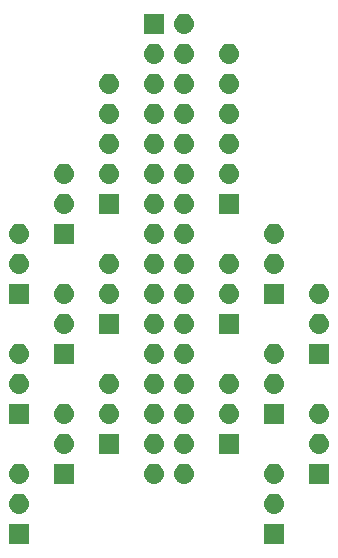
<source format=gbr>
G04 #@! TF.GenerationSoftware,KiCad,Pcbnew,(5.0.2)-1*
G04 #@! TF.CreationDate,2019-08-16T09:05:26-04:00*
G04 #@! TF.ProjectId,EPXX-GVS,45505858-2d47-4565-932e-6b696361645f,X2*
G04 #@! TF.SameCoordinates,Original*
G04 #@! TF.FileFunction,Soldermask,Bot*
G04 #@! TF.FilePolarity,Negative*
%FSLAX46Y46*%
G04 Gerber Fmt 4.6, Leading zero omitted, Abs format (unit mm)*
G04 Created by KiCad (PCBNEW (5.0.2)-1) date 8/16/2019 9:05:26 AM*
%MOMM*%
%LPD*%
G01*
G04 APERTURE LIST*
%ADD10C,0.152400*%
G04 APERTURE END LIST*
D10*
G36*
X24980000Y-47840000D02*
X23280000Y-47840000D01*
X23280000Y-46140000D01*
X24980000Y-46140000D01*
X24980000Y-47840000D01*
X24980000Y-47840000D01*
G37*
G36*
X3390000Y-47840000D02*
X1690000Y-47840000D01*
X1690000Y-46140000D01*
X3390000Y-46140000D01*
X3390000Y-47840000D01*
X3390000Y-47840000D01*
G37*
G36*
X24296630Y-43612299D02*
X24456855Y-43660903D01*
X24604520Y-43739831D01*
X24733949Y-43846051D01*
X24840169Y-43975480D01*
X24919097Y-44123145D01*
X24967701Y-44283370D01*
X24984112Y-44450000D01*
X24967701Y-44616630D01*
X24919097Y-44776855D01*
X24840169Y-44924520D01*
X24733949Y-45053949D01*
X24604520Y-45160169D01*
X24456855Y-45239097D01*
X24296630Y-45287701D01*
X24171752Y-45300000D01*
X24088248Y-45300000D01*
X23963370Y-45287701D01*
X23803145Y-45239097D01*
X23655480Y-45160169D01*
X23526051Y-45053949D01*
X23419831Y-44924520D01*
X23340903Y-44776855D01*
X23292299Y-44616630D01*
X23275888Y-44450000D01*
X23292299Y-44283370D01*
X23340903Y-44123145D01*
X23419831Y-43975480D01*
X23526051Y-43846051D01*
X23655480Y-43739831D01*
X23803145Y-43660903D01*
X23963370Y-43612299D01*
X24088248Y-43600000D01*
X24171752Y-43600000D01*
X24296630Y-43612299D01*
X24296630Y-43612299D01*
G37*
G36*
X2706630Y-43612299D02*
X2866855Y-43660903D01*
X3014520Y-43739831D01*
X3143949Y-43846051D01*
X3250169Y-43975480D01*
X3329097Y-44123145D01*
X3377701Y-44283370D01*
X3394112Y-44450000D01*
X3377701Y-44616630D01*
X3329097Y-44776855D01*
X3250169Y-44924520D01*
X3143949Y-45053949D01*
X3014520Y-45160169D01*
X2866855Y-45239097D01*
X2706630Y-45287701D01*
X2581752Y-45300000D01*
X2498248Y-45300000D01*
X2373370Y-45287701D01*
X2213145Y-45239097D01*
X2065480Y-45160169D01*
X1936051Y-45053949D01*
X1829831Y-44924520D01*
X1750903Y-44776855D01*
X1702299Y-44616630D01*
X1685888Y-44450000D01*
X1702299Y-44283370D01*
X1750903Y-44123145D01*
X1829831Y-43975480D01*
X1936051Y-43846051D01*
X2065480Y-43739831D01*
X2213145Y-43660903D01*
X2373370Y-43612299D01*
X2498248Y-43600000D01*
X2581752Y-43600000D01*
X2706630Y-43612299D01*
X2706630Y-43612299D01*
G37*
G36*
X16676630Y-41072299D02*
X16836855Y-41120903D01*
X16984520Y-41199831D01*
X17113949Y-41306051D01*
X17220169Y-41435480D01*
X17299097Y-41583145D01*
X17347701Y-41743370D01*
X17364112Y-41910000D01*
X17347701Y-42076630D01*
X17299097Y-42236855D01*
X17220169Y-42384520D01*
X17113949Y-42513949D01*
X16984520Y-42620169D01*
X16836855Y-42699097D01*
X16676630Y-42747701D01*
X16551752Y-42760000D01*
X16468248Y-42760000D01*
X16343370Y-42747701D01*
X16183145Y-42699097D01*
X16035480Y-42620169D01*
X15906051Y-42513949D01*
X15799831Y-42384520D01*
X15720903Y-42236855D01*
X15672299Y-42076630D01*
X15655888Y-41910000D01*
X15672299Y-41743370D01*
X15720903Y-41583145D01*
X15799831Y-41435480D01*
X15906051Y-41306051D01*
X16035480Y-41199831D01*
X16183145Y-41120903D01*
X16343370Y-41072299D01*
X16468248Y-41060000D01*
X16551752Y-41060000D01*
X16676630Y-41072299D01*
X16676630Y-41072299D01*
G37*
G36*
X14136630Y-41072299D02*
X14296855Y-41120903D01*
X14444520Y-41199831D01*
X14573949Y-41306051D01*
X14680169Y-41435480D01*
X14759097Y-41583145D01*
X14807701Y-41743370D01*
X14824112Y-41910000D01*
X14807701Y-42076630D01*
X14759097Y-42236855D01*
X14680169Y-42384520D01*
X14573949Y-42513949D01*
X14444520Y-42620169D01*
X14296855Y-42699097D01*
X14136630Y-42747701D01*
X14011752Y-42760000D01*
X13928248Y-42760000D01*
X13803370Y-42747701D01*
X13643145Y-42699097D01*
X13495480Y-42620169D01*
X13366051Y-42513949D01*
X13259831Y-42384520D01*
X13180903Y-42236855D01*
X13132299Y-42076630D01*
X13115888Y-41910000D01*
X13132299Y-41743370D01*
X13180903Y-41583145D01*
X13259831Y-41435480D01*
X13366051Y-41306051D01*
X13495480Y-41199831D01*
X13643145Y-41120903D01*
X13803370Y-41072299D01*
X13928248Y-41060000D01*
X14011752Y-41060000D01*
X14136630Y-41072299D01*
X14136630Y-41072299D01*
G37*
G36*
X24296630Y-41072299D02*
X24456855Y-41120903D01*
X24604520Y-41199831D01*
X24733949Y-41306051D01*
X24840169Y-41435480D01*
X24919097Y-41583145D01*
X24967701Y-41743370D01*
X24984112Y-41910000D01*
X24967701Y-42076630D01*
X24919097Y-42236855D01*
X24840169Y-42384520D01*
X24733949Y-42513949D01*
X24604520Y-42620169D01*
X24456855Y-42699097D01*
X24296630Y-42747701D01*
X24171752Y-42760000D01*
X24088248Y-42760000D01*
X23963370Y-42747701D01*
X23803145Y-42699097D01*
X23655480Y-42620169D01*
X23526051Y-42513949D01*
X23419831Y-42384520D01*
X23340903Y-42236855D01*
X23292299Y-42076630D01*
X23275888Y-41910000D01*
X23292299Y-41743370D01*
X23340903Y-41583145D01*
X23419831Y-41435480D01*
X23526051Y-41306051D01*
X23655480Y-41199831D01*
X23803145Y-41120903D01*
X23963370Y-41072299D01*
X24088248Y-41060000D01*
X24171752Y-41060000D01*
X24296630Y-41072299D01*
X24296630Y-41072299D01*
G37*
G36*
X2706630Y-41072299D02*
X2866855Y-41120903D01*
X3014520Y-41199831D01*
X3143949Y-41306051D01*
X3250169Y-41435480D01*
X3329097Y-41583145D01*
X3377701Y-41743370D01*
X3394112Y-41910000D01*
X3377701Y-42076630D01*
X3329097Y-42236855D01*
X3250169Y-42384520D01*
X3143949Y-42513949D01*
X3014520Y-42620169D01*
X2866855Y-42699097D01*
X2706630Y-42747701D01*
X2581752Y-42760000D01*
X2498248Y-42760000D01*
X2373370Y-42747701D01*
X2213145Y-42699097D01*
X2065480Y-42620169D01*
X1936051Y-42513949D01*
X1829831Y-42384520D01*
X1750903Y-42236855D01*
X1702299Y-42076630D01*
X1685888Y-41910000D01*
X1702299Y-41743370D01*
X1750903Y-41583145D01*
X1829831Y-41435480D01*
X1936051Y-41306051D01*
X2065480Y-41199831D01*
X2213145Y-41120903D01*
X2373370Y-41072299D01*
X2498248Y-41060000D01*
X2581752Y-41060000D01*
X2706630Y-41072299D01*
X2706630Y-41072299D01*
G37*
G36*
X28790000Y-42760000D02*
X27090000Y-42760000D01*
X27090000Y-41060000D01*
X28790000Y-41060000D01*
X28790000Y-42760000D01*
X28790000Y-42760000D01*
G37*
G36*
X7200000Y-42760000D02*
X5500000Y-42760000D01*
X5500000Y-41060000D01*
X7200000Y-41060000D01*
X7200000Y-42760000D01*
X7200000Y-42760000D01*
G37*
G36*
X14136630Y-38532299D02*
X14296855Y-38580903D01*
X14444520Y-38659831D01*
X14573949Y-38766051D01*
X14680169Y-38895480D01*
X14759097Y-39043145D01*
X14807701Y-39203370D01*
X14824112Y-39370000D01*
X14807701Y-39536630D01*
X14759097Y-39696855D01*
X14680169Y-39844520D01*
X14573949Y-39973949D01*
X14444520Y-40080169D01*
X14296855Y-40159097D01*
X14136630Y-40207701D01*
X14011752Y-40220000D01*
X13928248Y-40220000D01*
X13803370Y-40207701D01*
X13643145Y-40159097D01*
X13495480Y-40080169D01*
X13366051Y-39973949D01*
X13259831Y-39844520D01*
X13180903Y-39696855D01*
X13132299Y-39536630D01*
X13115888Y-39370000D01*
X13132299Y-39203370D01*
X13180903Y-39043145D01*
X13259831Y-38895480D01*
X13366051Y-38766051D01*
X13495480Y-38659831D01*
X13643145Y-38580903D01*
X13803370Y-38532299D01*
X13928248Y-38520000D01*
X14011752Y-38520000D01*
X14136630Y-38532299D01*
X14136630Y-38532299D01*
G37*
G36*
X11010000Y-40220000D02*
X9310000Y-40220000D01*
X9310000Y-38520000D01*
X11010000Y-38520000D01*
X11010000Y-40220000D01*
X11010000Y-40220000D01*
G37*
G36*
X21170000Y-40220000D02*
X19470000Y-40220000D01*
X19470000Y-38520000D01*
X21170000Y-38520000D01*
X21170000Y-40220000D01*
X21170000Y-40220000D01*
G37*
G36*
X28106630Y-38532299D02*
X28266855Y-38580903D01*
X28414520Y-38659831D01*
X28543949Y-38766051D01*
X28650169Y-38895480D01*
X28729097Y-39043145D01*
X28777701Y-39203370D01*
X28794112Y-39370000D01*
X28777701Y-39536630D01*
X28729097Y-39696855D01*
X28650169Y-39844520D01*
X28543949Y-39973949D01*
X28414520Y-40080169D01*
X28266855Y-40159097D01*
X28106630Y-40207701D01*
X27981752Y-40220000D01*
X27898248Y-40220000D01*
X27773370Y-40207701D01*
X27613145Y-40159097D01*
X27465480Y-40080169D01*
X27336051Y-39973949D01*
X27229831Y-39844520D01*
X27150903Y-39696855D01*
X27102299Y-39536630D01*
X27085888Y-39370000D01*
X27102299Y-39203370D01*
X27150903Y-39043145D01*
X27229831Y-38895480D01*
X27336051Y-38766051D01*
X27465480Y-38659831D01*
X27613145Y-38580903D01*
X27773370Y-38532299D01*
X27898248Y-38520000D01*
X27981752Y-38520000D01*
X28106630Y-38532299D01*
X28106630Y-38532299D01*
G37*
G36*
X6516630Y-38532299D02*
X6676855Y-38580903D01*
X6824520Y-38659831D01*
X6953949Y-38766051D01*
X7060169Y-38895480D01*
X7139097Y-39043145D01*
X7187701Y-39203370D01*
X7204112Y-39370000D01*
X7187701Y-39536630D01*
X7139097Y-39696855D01*
X7060169Y-39844520D01*
X6953949Y-39973949D01*
X6824520Y-40080169D01*
X6676855Y-40159097D01*
X6516630Y-40207701D01*
X6391752Y-40220000D01*
X6308248Y-40220000D01*
X6183370Y-40207701D01*
X6023145Y-40159097D01*
X5875480Y-40080169D01*
X5746051Y-39973949D01*
X5639831Y-39844520D01*
X5560903Y-39696855D01*
X5512299Y-39536630D01*
X5495888Y-39370000D01*
X5512299Y-39203370D01*
X5560903Y-39043145D01*
X5639831Y-38895480D01*
X5746051Y-38766051D01*
X5875480Y-38659831D01*
X6023145Y-38580903D01*
X6183370Y-38532299D01*
X6308248Y-38520000D01*
X6391752Y-38520000D01*
X6516630Y-38532299D01*
X6516630Y-38532299D01*
G37*
G36*
X16676630Y-38532299D02*
X16836855Y-38580903D01*
X16984520Y-38659831D01*
X17113949Y-38766051D01*
X17220169Y-38895480D01*
X17299097Y-39043145D01*
X17347701Y-39203370D01*
X17364112Y-39370000D01*
X17347701Y-39536630D01*
X17299097Y-39696855D01*
X17220169Y-39844520D01*
X17113949Y-39973949D01*
X16984520Y-40080169D01*
X16836855Y-40159097D01*
X16676630Y-40207701D01*
X16551752Y-40220000D01*
X16468248Y-40220000D01*
X16343370Y-40207701D01*
X16183145Y-40159097D01*
X16035480Y-40080169D01*
X15906051Y-39973949D01*
X15799831Y-39844520D01*
X15720903Y-39696855D01*
X15672299Y-39536630D01*
X15655888Y-39370000D01*
X15672299Y-39203370D01*
X15720903Y-39043145D01*
X15799831Y-38895480D01*
X15906051Y-38766051D01*
X16035480Y-38659831D01*
X16183145Y-38580903D01*
X16343370Y-38532299D01*
X16468248Y-38520000D01*
X16551752Y-38520000D01*
X16676630Y-38532299D01*
X16676630Y-38532299D01*
G37*
G36*
X24980000Y-37680000D02*
X23280000Y-37680000D01*
X23280000Y-35980000D01*
X24980000Y-35980000D01*
X24980000Y-37680000D01*
X24980000Y-37680000D01*
G37*
G36*
X16676630Y-35992299D02*
X16836855Y-36040903D01*
X16984520Y-36119831D01*
X17113949Y-36226051D01*
X17220169Y-36355480D01*
X17299097Y-36503145D01*
X17347701Y-36663370D01*
X17364112Y-36830000D01*
X17347701Y-36996630D01*
X17299097Y-37156855D01*
X17220169Y-37304520D01*
X17113949Y-37433949D01*
X16984520Y-37540169D01*
X16836855Y-37619097D01*
X16676630Y-37667701D01*
X16551752Y-37680000D01*
X16468248Y-37680000D01*
X16343370Y-37667701D01*
X16183145Y-37619097D01*
X16035480Y-37540169D01*
X15906051Y-37433949D01*
X15799831Y-37304520D01*
X15720903Y-37156855D01*
X15672299Y-36996630D01*
X15655888Y-36830000D01*
X15672299Y-36663370D01*
X15720903Y-36503145D01*
X15799831Y-36355480D01*
X15906051Y-36226051D01*
X16035480Y-36119831D01*
X16183145Y-36040903D01*
X16343370Y-35992299D01*
X16468248Y-35980000D01*
X16551752Y-35980000D01*
X16676630Y-35992299D01*
X16676630Y-35992299D01*
G37*
G36*
X14136630Y-35992299D02*
X14296855Y-36040903D01*
X14444520Y-36119831D01*
X14573949Y-36226051D01*
X14680169Y-36355480D01*
X14759097Y-36503145D01*
X14807701Y-36663370D01*
X14824112Y-36830000D01*
X14807701Y-36996630D01*
X14759097Y-37156855D01*
X14680169Y-37304520D01*
X14573949Y-37433949D01*
X14444520Y-37540169D01*
X14296855Y-37619097D01*
X14136630Y-37667701D01*
X14011752Y-37680000D01*
X13928248Y-37680000D01*
X13803370Y-37667701D01*
X13643145Y-37619097D01*
X13495480Y-37540169D01*
X13366051Y-37433949D01*
X13259831Y-37304520D01*
X13180903Y-37156855D01*
X13132299Y-36996630D01*
X13115888Y-36830000D01*
X13132299Y-36663370D01*
X13180903Y-36503145D01*
X13259831Y-36355480D01*
X13366051Y-36226051D01*
X13495480Y-36119831D01*
X13643145Y-36040903D01*
X13803370Y-35992299D01*
X13928248Y-35980000D01*
X14011752Y-35980000D01*
X14136630Y-35992299D01*
X14136630Y-35992299D01*
G37*
G36*
X3390000Y-37680000D02*
X1690000Y-37680000D01*
X1690000Y-35980000D01*
X3390000Y-35980000D01*
X3390000Y-37680000D01*
X3390000Y-37680000D01*
G37*
G36*
X10326630Y-35992299D02*
X10486855Y-36040903D01*
X10634520Y-36119831D01*
X10763949Y-36226051D01*
X10870169Y-36355480D01*
X10949097Y-36503145D01*
X10997701Y-36663370D01*
X11014112Y-36830000D01*
X10997701Y-36996630D01*
X10949097Y-37156855D01*
X10870169Y-37304520D01*
X10763949Y-37433949D01*
X10634520Y-37540169D01*
X10486855Y-37619097D01*
X10326630Y-37667701D01*
X10201752Y-37680000D01*
X10118248Y-37680000D01*
X9993370Y-37667701D01*
X9833145Y-37619097D01*
X9685480Y-37540169D01*
X9556051Y-37433949D01*
X9449831Y-37304520D01*
X9370903Y-37156855D01*
X9322299Y-36996630D01*
X9305888Y-36830000D01*
X9322299Y-36663370D01*
X9370903Y-36503145D01*
X9449831Y-36355480D01*
X9556051Y-36226051D01*
X9685480Y-36119831D01*
X9833145Y-36040903D01*
X9993370Y-35992299D01*
X10118248Y-35980000D01*
X10201752Y-35980000D01*
X10326630Y-35992299D01*
X10326630Y-35992299D01*
G37*
G36*
X20486630Y-35992299D02*
X20646855Y-36040903D01*
X20794520Y-36119831D01*
X20923949Y-36226051D01*
X21030169Y-36355480D01*
X21109097Y-36503145D01*
X21157701Y-36663370D01*
X21174112Y-36830000D01*
X21157701Y-36996630D01*
X21109097Y-37156855D01*
X21030169Y-37304520D01*
X20923949Y-37433949D01*
X20794520Y-37540169D01*
X20646855Y-37619097D01*
X20486630Y-37667701D01*
X20361752Y-37680000D01*
X20278248Y-37680000D01*
X20153370Y-37667701D01*
X19993145Y-37619097D01*
X19845480Y-37540169D01*
X19716051Y-37433949D01*
X19609831Y-37304520D01*
X19530903Y-37156855D01*
X19482299Y-36996630D01*
X19465888Y-36830000D01*
X19482299Y-36663370D01*
X19530903Y-36503145D01*
X19609831Y-36355480D01*
X19716051Y-36226051D01*
X19845480Y-36119831D01*
X19993145Y-36040903D01*
X20153370Y-35992299D01*
X20278248Y-35980000D01*
X20361752Y-35980000D01*
X20486630Y-35992299D01*
X20486630Y-35992299D01*
G37*
G36*
X6516630Y-35992299D02*
X6676855Y-36040903D01*
X6824520Y-36119831D01*
X6953949Y-36226051D01*
X7060169Y-36355480D01*
X7139097Y-36503145D01*
X7187701Y-36663370D01*
X7204112Y-36830000D01*
X7187701Y-36996630D01*
X7139097Y-37156855D01*
X7060169Y-37304520D01*
X6953949Y-37433949D01*
X6824520Y-37540169D01*
X6676855Y-37619097D01*
X6516630Y-37667701D01*
X6391752Y-37680000D01*
X6308248Y-37680000D01*
X6183370Y-37667701D01*
X6023145Y-37619097D01*
X5875480Y-37540169D01*
X5746051Y-37433949D01*
X5639831Y-37304520D01*
X5560903Y-37156855D01*
X5512299Y-36996630D01*
X5495888Y-36830000D01*
X5512299Y-36663370D01*
X5560903Y-36503145D01*
X5639831Y-36355480D01*
X5746051Y-36226051D01*
X5875480Y-36119831D01*
X6023145Y-36040903D01*
X6183370Y-35992299D01*
X6308248Y-35980000D01*
X6391752Y-35980000D01*
X6516630Y-35992299D01*
X6516630Y-35992299D01*
G37*
G36*
X28106630Y-35992299D02*
X28266855Y-36040903D01*
X28414520Y-36119831D01*
X28543949Y-36226051D01*
X28650169Y-36355480D01*
X28729097Y-36503145D01*
X28777701Y-36663370D01*
X28794112Y-36830000D01*
X28777701Y-36996630D01*
X28729097Y-37156855D01*
X28650169Y-37304520D01*
X28543949Y-37433949D01*
X28414520Y-37540169D01*
X28266855Y-37619097D01*
X28106630Y-37667701D01*
X27981752Y-37680000D01*
X27898248Y-37680000D01*
X27773370Y-37667701D01*
X27613145Y-37619097D01*
X27465480Y-37540169D01*
X27336051Y-37433949D01*
X27229831Y-37304520D01*
X27150903Y-37156855D01*
X27102299Y-36996630D01*
X27085888Y-36830000D01*
X27102299Y-36663370D01*
X27150903Y-36503145D01*
X27229831Y-36355480D01*
X27336051Y-36226051D01*
X27465480Y-36119831D01*
X27613145Y-36040903D01*
X27773370Y-35992299D01*
X27898248Y-35980000D01*
X27981752Y-35980000D01*
X28106630Y-35992299D01*
X28106630Y-35992299D01*
G37*
G36*
X24296630Y-33452299D02*
X24456855Y-33500903D01*
X24604520Y-33579831D01*
X24733949Y-33686051D01*
X24840169Y-33815480D01*
X24919097Y-33963145D01*
X24967701Y-34123370D01*
X24984112Y-34290000D01*
X24967701Y-34456630D01*
X24919097Y-34616855D01*
X24840169Y-34764520D01*
X24733949Y-34893949D01*
X24604520Y-35000169D01*
X24456855Y-35079097D01*
X24296630Y-35127701D01*
X24171752Y-35140000D01*
X24088248Y-35140000D01*
X23963370Y-35127701D01*
X23803145Y-35079097D01*
X23655480Y-35000169D01*
X23526051Y-34893949D01*
X23419831Y-34764520D01*
X23340903Y-34616855D01*
X23292299Y-34456630D01*
X23275888Y-34290000D01*
X23292299Y-34123370D01*
X23340903Y-33963145D01*
X23419831Y-33815480D01*
X23526051Y-33686051D01*
X23655480Y-33579831D01*
X23803145Y-33500903D01*
X23963370Y-33452299D01*
X24088248Y-33440000D01*
X24171752Y-33440000D01*
X24296630Y-33452299D01*
X24296630Y-33452299D01*
G37*
G36*
X2706630Y-33452299D02*
X2866855Y-33500903D01*
X3014520Y-33579831D01*
X3143949Y-33686051D01*
X3250169Y-33815480D01*
X3329097Y-33963145D01*
X3377701Y-34123370D01*
X3394112Y-34290000D01*
X3377701Y-34456630D01*
X3329097Y-34616855D01*
X3250169Y-34764520D01*
X3143949Y-34893949D01*
X3014520Y-35000169D01*
X2866855Y-35079097D01*
X2706630Y-35127701D01*
X2581752Y-35140000D01*
X2498248Y-35140000D01*
X2373370Y-35127701D01*
X2213145Y-35079097D01*
X2065480Y-35000169D01*
X1936051Y-34893949D01*
X1829831Y-34764520D01*
X1750903Y-34616855D01*
X1702299Y-34456630D01*
X1685888Y-34290000D01*
X1702299Y-34123370D01*
X1750903Y-33963145D01*
X1829831Y-33815480D01*
X1936051Y-33686051D01*
X2065480Y-33579831D01*
X2213145Y-33500903D01*
X2373370Y-33452299D01*
X2498248Y-33440000D01*
X2581752Y-33440000D01*
X2706630Y-33452299D01*
X2706630Y-33452299D01*
G37*
G36*
X10326630Y-33452299D02*
X10486855Y-33500903D01*
X10634520Y-33579831D01*
X10763949Y-33686051D01*
X10870169Y-33815480D01*
X10949097Y-33963145D01*
X10997701Y-34123370D01*
X11014112Y-34290000D01*
X10997701Y-34456630D01*
X10949097Y-34616855D01*
X10870169Y-34764520D01*
X10763949Y-34893949D01*
X10634520Y-35000169D01*
X10486855Y-35079097D01*
X10326630Y-35127701D01*
X10201752Y-35140000D01*
X10118248Y-35140000D01*
X9993370Y-35127701D01*
X9833145Y-35079097D01*
X9685480Y-35000169D01*
X9556051Y-34893949D01*
X9449831Y-34764520D01*
X9370903Y-34616855D01*
X9322299Y-34456630D01*
X9305888Y-34290000D01*
X9322299Y-34123370D01*
X9370903Y-33963145D01*
X9449831Y-33815480D01*
X9556051Y-33686051D01*
X9685480Y-33579831D01*
X9833145Y-33500903D01*
X9993370Y-33452299D01*
X10118248Y-33440000D01*
X10201752Y-33440000D01*
X10326630Y-33452299D01*
X10326630Y-33452299D01*
G37*
G36*
X20486630Y-33452299D02*
X20646855Y-33500903D01*
X20794520Y-33579831D01*
X20923949Y-33686051D01*
X21030169Y-33815480D01*
X21109097Y-33963145D01*
X21157701Y-34123370D01*
X21174112Y-34290000D01*
X21157701Y-34456630D01*
X21109097Y-34616855D01*
X21030169Y-34764520D01*
X20923949Y-34893949D01*
X20794520Y-35000169D01*
X20646855Y-35079097D01*
X20486630Y-35127701D01*
X20361752Y-35140000D01*
X20278248Y-35140000D01*
X20153370Y-35127701D01*
X19993145Y-35079097D01*
X19845480Y-35000169D01*
X19716051Y-34893949D01*
X19609831Y-34764520D01*
X19530903Y-34616855D01*
X19482299Y-34456630D01*
X19465888Y-34290000D01*
X19482299Y-34123370D01*
X19530903Y-33963145D01*
X19609831Y-33815480D01*
X19716051Y-33686051D01*
X19845480Y-33579831D01*
X19993145Y-33500903D01*
X20153370Y-33452299D01*
X20278248Y-33440000D01*
X20361752Y-33440000D01*
X20486630Y-33452299D01*
X20486630Y-33452299D01*
G37*
G36*
X14136630Y-33452299D02*
X14296855Y-33500903D01*
X14444520Y-33579831D01*
X14573949Y-33686051D01*
X14680169Y-33815480D01*
X14759097Y-33963145D01*
X14807701Y-34123370D01*
X14824112Y-34290000D01*
X14807701Y-34456630D01*
X14759097Y-34616855D01*
X14680169Y-34764520D01*
X14573949Y-34893949D01*
X14444520Y-35000169D01*
X14296855Y-35079097D01*
X14136630Y-35127701D01*
X14011752Y-35140000D01*
X13928248Y-35140000D01*
X13803370Y-35127701D01*
X13643145Y-35079097D01*
X13495480Y-35000169D01*
X13366051Y-34893949D01*
X13259831Y-34764520D01*
X13180903Y-34616855D01*
X13132299Y-34456630D01*
X13115888Y-34290000D01*
X13132299Y-34123370D01*
X13180903Y-33963145D01*
X13259831Y-33815480D01*
X13366051Y-33686051D01*
X13495480Y-33579831D01*
X13643145Y-33500903D01*
X13803370Y-33452299D01*
X13928248Y-33440000D01*
X14011752Y-33440000D01*
X14136630Y-33452299D01*
X14136630Y-33452299D01*
G37*
G36*
X16676630Y-33452299D02*
X16836855Y-33500903D01*
X16984520Y-33579831D01*
X17113949Y-33686051D01*
X17220169Y-33815480D01*
X17299097Y-33963145D01*
X17347701Y-34123370D01*
X17364112Y-34290000D01*
X17347701Y-34456630D01*
X17299097Y-34616855D01*
X17220169Y-34764520D01*
X17113949Y-34893949D01*
X16984520Y-35000169D01*
X16836855Y-35079097D01*
X16676630Y-35127701D01*
X16551752Y-35140000D01*
X16468248Y-35140000D01*
X16343370Y-35127701D01*
X16183145Y-35079097D01*
X16035480Y-35000169D01*
X15906051Y-34893949D01*
X15799831Y-34764520D01*
X15720903Y-34616855D01*
X15672299Y-34456630D01*
X15655888Y-34290000D01*
X15672299Y-34123370D01*
X15720903Y-33963145D01*
X15799831Y-33815480D01*
X15906051Y-33686051D01*
X16035480Y-33579831D01*
X16183145Y-33500903D01*
X16343370Y-33452299D01*
X16468248Y-33440000D01*
X16551752Y-33440000D01*
X16676630Y-33452299D01*
X16676630Y-33452299D01*
G37*
G36*
X14136630Y-30912299D02*
X14296855Y-30960903D01*
X14444520Y-31039831D01*
X14573949Y-31146051D01*
X14680169Y-31275480D01*
X14759097Y-31423145D01*
X14807701Y-31583370D01*
X14824112Y-31750000D01*
X14807701Y-31916630D01*
X14759097Y-32076855D01*
X14680169Y-32224520D01*
X14573949Y-32353949D01*
X14444520Y-32460169D01*
X14296855Y-32539097D01*
X14136630Y-32587701D01*
X14011752Y-32600000D01*
X13928248Y-32600000D01*
X13803370Y-32587701D01*
X13643145Y-32539097D01*
X13495480Y-32460169D01*
X13366051Y-32353949D01*
X13259831Y-32224520D01*
X13180903Y-32076855D01*
X13132299Y-31916630D01*
X13115888Y-31750000D01*
X13132299Y-31583370D01*
X13180903Y-31423145D01*
X13259831Y-31275480D01*
X13366051Y-31146051D01*
X13495480Y-31039831D01*
X13643145Y-30960903D01*
X13803370Y-30912299D01*
X13928248Y-30900000D01*
X14011752Y-30900000D01*
X14136630Y-30912299D01*
X14136630Y-30912299D01*
G37*
G36*
X7200000Y-32600000D02*
X5500000Y-32600000D01*
X5500000Y-30900000D01*
X7200000Y-30900000D01*
X7200000Y-32600000D01*
X7200000Y-32600000D01*
G37*
G36*
X2706630Y-30912299D02*
X2866855Y-30960903D01*
X3014520Y-31039831D01*
X3143949Y-31146051D01*
X3250169Y-31275480D01*
X3329097Y-31423145D01*
X3377701Y-31583370D01*
X3394112Y-31750000D01*
X3377701Y-31916630D01*
X3329097Y-32076855D01*
X3250169Y-32224520D01*
X3143949Y-32353949D01*
X3014520Y-32460169D01*
X2866855Y-32539097D01*
X2706630Y-32587701D01*
X2581752Y-32600000D01*
X2498248Y-32600000D01*
X2373370Y-32587701D01*
X2213145Y-32539097D01*
X2065480Y-32460169D01*
X1936051Y-32353949D01*
X1829831Y-32224520D01*
X1750903Y-32076855D01*
X1702299Y-31916630D01*
X1685888Y-31750000D01*
X1702299Y-31583370D01*
X1750903Y-31423145D01*
X1829831Y-31275480D01*
X1936051Y-31146051D01*
X2065480Y-31039831D01*
X2213145Y-30960903D01*
X2373370Y-30912299D01*
X2498248Y-30900000D01*
X2581752Y-30900000D01*
X2706630Y-30912299D01*
X2706630Y-30912299D01*
G37*
G36*
X24296630Y-30912299D02*
X24456855Y-30960903D01*
X24604520Y-31039831D01*
X24733949Y-31146051D01*
X24840169Y-31275480D01*
X24919097Y-31423145D01*
X24967701Y-31583370D01*
X24984112Y-31750000D01*
X24967701Y-31916630D01*
X24919097Y-32076855D01*
X24840169Y-32224520D01*
X24733949Y-32353949D01*
X24604520Y-32460169D01*
X24456855Y-32539097D01*
X24296630Y-32587701D01*
X24171752Y-32600000D01*
X24088248Y-32600000D01*
X23963370Y-32587701D01*
X23803145Y-32539097D01*
X23655480Y-32460169D01*
X23526051Y-32353949D01*
X23419831Y-32224520D01*
X23340903Y-32076855D01*
X23292299Y-31916630D01*
X23275888Y-31750000D01*
X23292299Y-31583370D01*
X23340903Y-31423145D01*
X23419831Y-31275480D01*
X23526051Y-31146051D01*
X23655480Y-31039831D01*
X23803145Y-30960903D01*
X23963370Y-30912299D01*
X24088248Y-30900000D01*
X24171752Y-30900000D01*
X24296630Y-30912299D01*
X24296630Y-30912299D01*
G37*
G36*
X16676630Y-30912299D02*
X16836855Y-30960903D01*
X16984520Y-31039831D01*
X17113949Y-31146051D01*
X17220169Y-31275480D01*
X17299097Y-31423145D01*
X17347701Y-31583370D01*
X17364112Y-31750000D01*
X17347701Y-31916630D01*
X17299097Y-32076855D01*
X17220169Y-32224520D01*
X17113949Y-32353949D01*
X16984520Y-32460169D01*
X16836855Y-32539097D01*
X16676630Y-32587701D01*
X16551752Y-32600000D01*
X16468248Y-32600000D01*
X16343370Y-32587701D01*
X16183145Y-32539097D01*
X16035480Y-32460169D01*
X15906051Y-32353949D01*
X15799831Y-32224520D01*
X15720903Y-32076855D01*
X15672299Y-31916630D01*
X15655888Y-31750000D01*
X15672299Y-31583370D01*
X15720903Y-31423145D01*
X15799831Y-31275480D01*
X15906051Y-31146051D01*
X16035480Y-31039831D01*
X16183145Y-30960903D01*
X16343370Y-30912299D01*
X16468248Y-30900000D01*
X16551752Y-30900000D01*
X16676630Y-30912299D01*
X16676630Y-30912299D01*
G37*
G36*
X28790000Y-32600000D02*
X27090000Y-32600000D01*
X27090000Y-30900000D01*
X28790000Y-30900000D01*
X28790000Y-32600000D01*
X28790000Y-32600000D01*
G37*
G36*
X14136630Y-28372299D02*
X14296855Y-28420903D01*
X14444520Y-28499831D01*
X14573949Y-28606051D01*
X14680169Y-28735480D01*
X14759097Y-28883145D01*
X14807701Y-29043370D01*
X14824112Y-29210000D01*
X14807701Y-29376630D01*
X14759097Y-29536855D01*
X14680169Y-29684520D01*
X14573949Y-29813949D01*
X14444520Y-29920169D01*
X14296855Y-29999097D01*
X14136630Y-30047701D01*
X14011752Y-30060000D01*
X13928248Y-30060000D01*
X13803370Y-30047701D01*
X13643145Y-29999097D01*
X13495480Y-29920169D01*
X13366051Y-29813949D01*
X13259831Y-29684520D01*
X13180903Y-29536855D01*
X13132299Y-29376630D01*
X13115888Y-29210000D01*
X13132299Y-29043370D01*
X13180903Y-28883145D01*
X13259831Y-28735480D01*
X13366051Y-28606051D01*
X13495480Y-28499831D01*
X13643145Y-28420903D01*
X13803370Y-28372299D01*
X13928248Y-28360000D01*
X14011752Y-28360000D01*
X14136630Y-28372299D01*
X14136630Y-28372299D01*
G37*
G36*
X11010000Y-30060000D02*
X9310000Y-30060000D01*
X9310000Y-28360000D01*
X11010000Y-28360000D01*
X11010000Y-30060000D01*
X11010000Y-30060000D01*
G37*
G36*
X21170000Y-30060000D02*
X19470000Y-30060000D01*
X19470000Y-28360000D01*
X21170000Y-28360000D01*
X21170000Y-30060000D01*
X21170000Y-30060000D01*
G37*
G36*
X6516630Y-28372299D02*
X6676855Y-28420903D01*
X6824520Y-28499831D01*
X6953949Y-28606051D01*
X7060169Y-28735480D01*
X7139097Y-28883145D01*
X7187701Y-29043370D01*
X7204112Y-29210000D01*
X7187701Y-29376630D01*
X7139097Y-29536855D01*
X7060169Y-29684520D01*
X6953949Y-29813949D01*
X6824520Y-29920169D01*
X6676855Y-29999097D01*
X6516630Y-30047701D01*
X6391752Y-30060000D01*
X6308248Y-30060000D01*
X6183370Y-30047701D01*
X6023145Y-29999097D01*
X5875480Y-29920169D01*
X5746051Y-29813949D01*
X5639831Y-29684520D01*
X5560903Y-29536855D01*
X5512299Y-29376630D01*
X5495888Y-29210000D01*
X5512299Y-29043370D01*
X5560903Y-28883145D01*
X5639831Y-28735480D01*
X5746051Y-28606051D01*
X5875480Y-28499831D01*
X6023145Y-28420903D01*
X6183370Y-28372299D01*
X6308248Y-28360000D01*
X6391752Y-28360000D01*
X6516630Y-28372299D01*
X6516630Y-28372299D01*
G37*
G36*
X28106630Y-28372299D02*
X28266855Y-28420903D01*
X28414520Y-28499831D01*
X28543949Y-28606051D01*
X28650169Y-28735480D01*
X28729097Y-28883145D01*
X28777701Y-29043370D01*
X28794112Y-29210000D01*
X28777701Y-29376630D01*
X28729097Y-29536855D01*
X28650169Y-29684520D01*
X28543949Y-29813949D01*
X28414520Y-29920169D01*
X28266855Y-29999097D01*
X28106630Y-30047701D01*
X27981752Y-30060000D01*
X27898248Y-30060000D01*
X27773370Y-30047701D01*
X27613145Y-29999097D01*
X27465480Y-29920169D01*
X27336051Y-29813949D01*
X27229831Y-29684520D01*
X27150903Y-29536855D01*
X27102299Y-29376630D01*
X27085888Y-29210000D01*
X27102299Y-29043370D01*
X27150903Y-28883145D01*
X27229831Y-28735480D01*
X27336051Y-28606051D01*
X27465480Y-28499831D01*
X27613145Y-28420903D01*
X27773370Y-28372299D01*
X27898248Y-28360000D01*
X27981752Y-28360000D01*
X28106630Y-28372299D01*
X28106630Y-28372299D01*
G37*
G36*
X16676630Y-28372299D02*
X16836855Y-28420903D01*
X16984520Y-28499831D01*
X17113949Y-28606051D01*
X17220169Y-28735480D01*
X17299097Y-28883145D01*
X17347701Y-29043370D01*
X17364112Y-29210000D01*
X17347701Y-29376630D01*
X17299097Y-29536855D01*
X17220169Y-29684520D01*
X17113949Y-29813949D01*
X16984520Y-29920169D01*
X16836855Y-29999097D01*
X16676630Y-30047701D01*
X16551752Y-30060000D01*
X16468248Y-30060000D01*
X16343370Y-30047701D01*
X16183145Y-29999097D01*
X16035480Y-29920169D01*
X15906051Y-29813949D01*
X15799831Y-29684520D01*
X15720903Y-29536855D01*
X15672299Y-29376630D01*
X15655888Y-29210000D01*
X15672299Y-29043370D01*
X15720903Y-28883145D01*
X15799831Y-28735480D01*
X15906051Y-28606051D01*
X16035480Y-28499831D01*
X16183145Y-28420903D01*
X16343370Y-28372299D01*
X16468248Y-28360000D01*
X16551752Y-28360000D01*
X16676630Y-28372299D01*
X16676630Y-28372299D01*
G37*
G36*
X14136630Y-25832299D02*
X14296855Y-25880903D01*
X14444520Y-25959831D01*
X14573949Y-26066051D01*
X14680169Y-26195480D01*
X14759097Y-26343145D01*
X14807701Y-26503370D01*
X14824112Y-26670000D01*
X14807701Y-26836630D01*
X14759097Y-26996855D01*
X14680169Y-27144520D01*
X14573949Y-27273949D01*
X14444520Y-27380169D01*
X14296855Y-27459097D01*
X14136630Y-27507701D01*
X14011752Y-27520000D01*
X13928248Y-27520000D01*
X13803370Y-27507701D01*
X13643145Y-27459097D01*
X13495480Y-27380169D01*
X13366051Y-27273949D01*
X13259831Y-27144520D01*
X13180903Y-26996855D01*
X13132299Y-26836630D01*
X13115888Y-26670000D01*
X13132299Y-26503370D01*
X13180903Y-26343145D01*
X13259831Y-26195480D01*
X13366051Y-26066051D01*
X13495480Y-25959831D01*
X13643145Y-25880903D01*
X13803370Y-25832299D01*
X13928248Y-25820000D01*
X14011752Y-25820000D01*
X14136630Y-25832299D01*
X14136630Y-25832299D01*
G37*
G36*
X16676630Y-25832299D02*
X16836855Y-25880903D01*
X16984520Y-25959831D01*
X17113949Y-26066051D01*
X17220169Y-26195480D01*
X17299097Y-26343145D01*
X17347701Y-26503370D01*
X17364112Y-26670000D01*
X17347701Y-26836630D01*
X17299097Y-26996855D01*
X17220169Y-27144520D01*
X17113949Y-27273949D01*
X16984520Y-27380169D01*
X16836855Y-27459097D01*
X16676630Y-27507701D01*
X16551752Y-27520000D01*
X16468248Y-27520000D01*
X16343370Y-27507701D01*
X16183145Y-27459097D01*
X16035480Y-27380169D01*
X15906051Y-27273949D01*
X15799831Y-27144520D01*
X15720903Y-26996855D01*
X15672299Y-26836630D01*
X15655888Y-26670000D01*
X15672299Y-26503370D01*
X15720903Y-26343145D01*
X15799831Y-26195480D01*
X15906051Y-26066051D01*
X16035480Y-25959831D01*
X16183145Y-25880903D01*
X16343370Y-25832299D01*
X16468248Y-25820000D01*
X16551752Y-25820000D01*
X16676630Y-25832299D01*
X16676630Y-25832299D01*
G37*
G36*
X6516630Y-25832299D02*
X6676855Y-25880903D01*
X6824520Y-25959831D01*
X6953949Y-26066051D01*
X7060169Y-26195480D01*
X7139097Y-26343145D01*
X7187701Y-26503370D01*
X7204112Y-26670000D01*
X7187701Y-26836630D01*
X7139097Y-26996855D01*
X7060169Y-27144520D01*
X6953949Y-27273949D01*
X6824520Y-27380169D01*
X6676855Y-27459097D01*
X6516630Y-27507701D01*
X6391752Y-27520000D01*
X6308248Y-27520000D01*
X6183370Y-27507701D01*
X6023145Y-27459097D01*
X5875480Y-27380169D01*
X5746051Y-27273949D01*
X5639831Y-27144520D01*
X5560903Y-26996855D01*
X5512299Y-26836630D01*
X5495888Y-26670000D01*
X5512299Y-26503370D01*
X5560903Y-26343145D01*
X5639831Y-26195480D01*
X5746051Y-26066051D01*
X5875480Y-25959831D01*
X6023145Y-25880903D01*
X6183370Y-25832299D01*
X6308248Y-25820000D01*
X6391752Y-25820000D01*
X6516630Y-25832299D01*
X6516630Y-25832299D01*
G37*
G36*
X24980000Y-27520000D02*
X23280000Y-27520000D01*
X23280000Y-25820000D01*
X24980000Y-25820000D01*
X24980000Y-27520000D01*
X24980000Y-27520000D01*
G37*
G36*
X20486630Y-25832299D02*
X20646855Y-25880903D01*
X20794520Y-25959831D01*
X20923949Y-26066051D01*
X21030169Y-26195480D01*
X21109097Y-26343145D01*
X21157701Y-26503370D01*
X21174112Y-26670000D01*
X21157701Y-26836630D01*
X21109097Y-26996855D01*
X21030169Y-27144520D01*
X20923949Y-27273949D01*
X20794520Y-27380169D01*
X20646855Y-27459097D01*
X20486630Y-27507701D01*
X20361752Y-27520000D01*
X20278248Y-27520000D01*
X20153370Y-27507701D01*
X19993145Y-27459097D01*
X19845480Y-27380169D01*
X19716051Y-27273949D01*
X19609831Y-27144520D01*
X19530903Y-26996855D01*
X19482299Y-26836630D01*
X19465888Y-26670000D01*
X19482299Y-26503370D01*
X19530903Y-26343145D01*
X19609831Y-26195480D01*
X19716051Y-26066051D01*
X19845480Y-25959831D01*
X19993145Y-25880903D01*
X20153370Y-25832299D01*
X20278248Y-25820000D01*
X20361752Y-25820000D01*
X20486630Y-25832299D01*
X20486630Y-25832299D01*
G37*
G36*
X28106630Y-25832299D02*
X28266855Y-25880903D01*
X28414520Y-25959831D01*
X28543949Y-26066051D01*
X28650169Y-26195480D01*
X28729097Y-26343145D01*
X28777701Y-26503370D01*
X28794112Y-26670000D01*
X28777701Y-26836630D01*
X28729097Y-26996855D01*
X28650169Y-27144520D01*
X28543949Y-27273949D01*
X28414520Y-27380169D01*
X28266855Y-27459097D01*
X28106630Y-27507701D01*
X27981752Y-27520000D01*
X27898248Y-27520000D01*
X27773370Y-27507701D01*
X27613145Y-27459097D01*
X27465480Y-27380169D01*
X27336051Y-27273949D01*
X27229831Y-27144520D01*
X27150903Y-26996855D01*
X27102299Y-26836630D01*
X27085888Y-26670000D01*
X27102299Y-26503370D01*
X27150903Y-26343145D01*
X27229831Y-26195480D01*
X27336051Y-26066051D01*
X27465480Y-25959831D01*
X27613145Y-25880903D01*
X27773370Y-25832299D01*
X27898248Y-25820000D01*
X27981752Y-25820000D01*
X28106630Y-25832299D01*
X28106630Y-25832299D01*
G37*
G36*
X3390000Y-27520000D02*
X1690000Y-27520000D01*
X1690000Y-25820000D01*
X3390000Y-25820000D01*
X3390000Y-27520000D01*
X3390000Y-27520000D01*
G37*
G36*
X10326630Y-25832299D02*
X10486855Y-25880903D01*
X10634520Y-25959831D01*
X10763949Y-26066051D01*
X10870169Y-26195480D01*
X10949097Y-26343145D01*
X10997701Y-26503370D01*
X11014112Y-26670000D01*
X10997701Y-26836630D01*
X10949097Y-26996855D01*
X10870169Y-27144520D01*
X10763949Y-27273949D01*
X10634520Y-27380169D01*
X10486855Y-27459097D01*
X10326630Y-27507701D01*
X10201752Y-27520000D01*
X10118248Y-27520000D01*
X9993370Y-27507701D01*
X9833145Y-27459097D01*
X9685480Y-27380169D01*
X9556051Y-27273949D01*
X9449831Y-27144520D01*
X9370903Y-26996855D01*
X9322299Y-26836630D01*
X9305888Y-26670000D01*
X9322299Y-26503370D01*
X9370903Y-26343145D01*
X9449831Y-26195480D01*
X9556051Y-26066051D01*
X9685480Y-25959831D01*
X9833145Y-25880903D01*
X9993370Y-25832299D01*
X10118248Y-25820000D01*
X10201752Y-25820000D01*
X10326630Y-25832299D01*
X10326630Y-25832299D01*
G37*
G36*
X10326630Y-23292299D02*
X10486855Y-23340903D01*
X10634520Y-23419831D01*
X10763949Y-23526051D01*
X10870169Y-23655480D01*
X10949097Y-23803145D01*
X10997701Y-23963370D01*
X11014112Y-24130000D01*
X10997701Y-24296630D01*
X10949097Y-24456855D01*
X10870169Y-24604520D01*
X10763949Y-24733949D01*
X10634520Y-24840169D01*
X10486855Y-24919097D01*
X10326630Y-24967701D01*
X10201752Y-24980000D01*
X10118248Y-24980000D01*
X9993370Y-24967701D01*
X9833145Y-24919097D01*
X9685480Y-24840169D01*
X9556051Y-24733949D01*
X9449831Y-24604520D01*
X9370903Y-24456855D01*
X9322299Y-24296630D01*
X9305888Y-24130000D01*
X9322299Y-23963370D01*
X9370903Y-23803145D01*
X9449831Y-23655480D01*
X9556051Y-23526051D01*
X9685480Y-23419831D01*
X9833145Y-23340903D01*
X9993370Y-23292299D01*
X10118248Y-23280000D01*
X10201752Y-23280000D01*
X10326630Y-23292299D01*
X10326630Y-23292299D01*
G37*
G36*
X16676630Y-23292299D02*
X16836855Y-23340903D01*
X16984520Y-23419831D01*
X17113949Y-23526051D01*
X17220169Y-23655480D01*
X17299097Y-23803145D01*
X17347701Y-23963370D01*
X17364112Y-24130000D01*
X17347701Y-24296630D01*
X17299097Y-24456855D01*
X17220169Y-24604520D01*
X17113949Y-24733949D01*
X16984520Y-24840169D01*
X16836855Y-24919097D01*
X16676630Y-24967701D01*
X16551752Y-24980000D01*
X16468248Y-24980000D01*
X16343370Y-24967701D01*
X16183145Y-24919097D01*
X16035480Y-24840169D01*
X15906051Y-24733949D01*
X15799831Y-24604520D01*
X15720903Y-24456855D01*
X15672299Y-24296630D01*
X15655888Y-24130000D01*
X15672299Y-23963370D01*
X15720903Y-23803145D01*
X15799831Y-23655480D01*
X15906051Y-23526051D01*
X16035480Y-23419831D01*
X16183145Y-23340903D01*
X16343370Y-23292299D01*
X16468248Y-23280000D01*
X16551752Y-23280000D01*
X16676630Y-23292299D01*
X16676630Y-23292299D01*
G37*
G36*
X14136630Y-23292299D02*
X14296855Y-23340903D01*
X14444520Y-23419831D01*
X14573949Y-23526051D01*
X14680169Y-23655480D01*
X14759097Y-23803145D01*
X14807701Y-23963370D01*
X14824112Y-24130000D01*
X14807701Y-24296630D01*
X14759097Y-24456855D01*
X14680169Y-24604520D01*
X14573949Y-24733949D01*
X14444520Y-24840169D01*
X14296855Y-24919097D01*
X14136630Y-24967701D01*
X14011752Y-24980000D01*
X13928248Y-24980000D01*
X13803370Y-24967701D01*
X13643145Y-24919097D01*
X13495480Y-24840169D01*
X13366051Y-24733949D01*
X13259831Y-24604520D01*
X13180903Y-24456855D01*
X13132299Y-24296630D01*
X13115888Y-24130000D01*
X13132299Y-23963370D01*
X13180903Y-23803145D01*
X13259831Y-23655480D01*
X13366051Y-23526051D01*
X13495480Y-23419831D01*
X13643145Y-23340903D01*
X13803370Y-23292299D01*
X13928248Y-23280000D01*
X14011752Y-23280000D01*
X14136630Y-23292299D01*
X14136630Y-23292299D01*
G37*
G36*
X2706630Y-23292299D02*
X2866855Y-23340903D01*
X3014520Y-23419831D01*
X3143949Y-23526051D01*
X3250169Y-23655480D01*
X3329097Y-23803145D01*
X3377701Y-23963370D01*
X3394112Y-24130000D01*
X3377701Y-24296630D01*
X3329097Y-24456855D01*
X3250169Y-24604520D01*
X3143949Y-24733949D01*
X3014520Y-24840169D01*
X2866855Y-24919097D01*
X2706630Y-24967701D01*
X2581752Y-24980000D01*
X2498248Y-24980000D01*
X2373370Y-24967701D01*
X2213145Y-24919097D01*
X2065480Y-24840169D01*
X1936051Y-24733949D01*
X1829831Y-24604520D01*
X1750903Y-24456855D01*
X1702299Y-24296630D01*
X1685888Y-24130000D01*
X1702299Y-23963370D01*
X1750903Y-23803145D01*
X1829831Y-23655480D01*
X1936051Y-23526051D01*
X2065480Y-23419831D01*
X2213145Y-23340903D01*
X2373370Y-23292299D01*
X2498248Y-23280000D01*
X2581752Y-23280000D01*
X2706630Y-23292299D01*
X2706630Y-23292299D01*
G37*
G36*
X24296630Y-23292299D02*
X24456855Y-23340903D01*
X24604520Y-23419831D01*
X24733949Y-23526051D01*
X24840169Y-23655480D01*
X24919097Y-23803145D01*
X24967701Y-23963370D01*
X24984112Y-24130000D01*
X24967701Y-24296630D01*
X24919097Y-24456855D01*
X24840169Y-24604520D01*
X24733949Y-24733949D01*
X24604520Y-24840169D01*
X24456855Y-24919097D01*
X24296630Y-24967701D01*
X24171752Y-24980000D01*
X24088248Y-24980000D01*
X23963370Y-24967701D01*
X23803145Y-24919097D01*
X23655480Y-24840169D01*
X23526051Y-24733949D01*
X23419831Y-24604520D01*
X23340903Y-24456855D01*
X23292299Y-24296630D01*
X23275888Y-24130000D01*
X23292299Y-23963370D01*
X23340903Y-23803145D01*
X23419831Y-23655480D01*
X23526051Y-23526051D01*
X23655480Y-23419831D01*
X23803145Y-23340903D01*
X23963370Y-23292299D01*
X24088248Y-23280000D01*
X24171752Y-23280000D01*
X24296630Y-23292299D01*
X24296630Y-23292299D01*
G37*
G36*
X20486630Y-23292299D02*
X20646855Y-23340903D01*
X20794520Y-23419831D01*
X20923949Y-23526051D01*
X21030169Y-23655480D01*
X21109097Y-23803145D01*
X21157701Y-23963370D01*
X21174112Y-24130000D01*
X21157701Y-24296630D01*
X21109097Y-24456855D01*
X21030169Y-24604520D01*
X20923949Y-24733949D01*
X20794520Y-24840169D01*
X20646855Y-24919097D01*
X20486630Y-24967701D01*
X20361752Y-24980000D01*
X20278248Y-24980000D01*
X20153370Y-24967701D01*
X19993145Y-24919097D01*
X19845480Y-24840169D01*
X19716051Y-24733949D01*
X19609831Y-24604520D01*
X19530903Y-24456855D01*
X19482299Y-24296630D01*
X19465888Y-24130000D01*
X19482299Y-23963370D01*
X19530903Y-23803145D01*
X19609831Y-23655480D01*
X19716051Y-23526051D01*
X19845480Y-23419831D01*
X19993145Y-23340903D01*
X20153370Y-23292299D01*
X20278248Y-23280000D01*
X20361752Y-23280000D01*
X20486630Y-23292299D01*
X20486630Y-23292299D01*
G37*
G36*
X2706630Y-20752299D02*
X2866855Y-20800903D01*
X3014520Y-20879831D01*
X3143949Y-20986051D01*
X3250169Y-21115480D01*
X3329097Y-21263145D01*
X3377701Y-21423370D01*
X3394112Y-21590000D01*
X3377701Y-21756630D01*
X3329097Y-21916855D01*
X3250169Y-22064520D01*
X3143949Y-22193949D01*
X3014520Y-22300169D01*
X2866855Y-22379097D01*
X2706630Y-22427701D01*
X2581752Y-22440000D01*
X2498248Y-22440000D01*
X2373370Y-22427701D01*
X2213145Y-22379097D01*
X2065480Y-22300169D01*
X1936051Y-22193949D01*
X1829831Y-22064520D01*
X1750903Y-21916855D01*
X1702299Y-21756630D01*
X1685888Y-21590000D01*
X1702299Y-21423370D01*
X1750903Y-21263145D01*
X1829831Y-21115480D01*
X1936051Y-20986051D01*
X2065480Y-20879831D01*
X2213145Y-20800903D01*
X2373370Y-20752299D01*
X2498248Y-20740000D01*
X2581752Y-20740000D01*
X2706630Y-20752299D01*
X2706630Y-20752299D01*
G37*
G36*
X7200000Y-22440000D02*
X5500000Y-22440000D01*
X5500000Y-20740000D01*
X7200000Y-20740000D01*
X7200000Y-22440000D01*
X7200000Y-22440000D01*
G37*
G36*
X14136630Y-20752299D02*
X14296855Y-20800903D01*
X14444520Y-20879831D01*
X14573949Y-20986051D01*
X14680169Y-21115480D01*
X14759097Y-21263145D01*
X14807701Y-21423370D01*
X14824112Y-21590000D01*
X14807701Y-21756630D01*
X14759097Y-21916855D01*
X14680169Y-22064520D01*
X14573949Y-22193949D01*
X14444520Y-22300169D01*
X14296855Y-22379097D01*
X14136630Y-22427701D01*
X14011752Y-22440000D01*
X13928248Y-22440000D01*
X13803370Y-22427701D01*
X13643145Y-22379097D01*
X13495480Y-22300169D01*
X13366051Y-22193949D01*
X13259831Y-22064520D01*
X13180903Y-21916855D01*
X13132299Y-21756630D01*
X13115888Y-21590000D01*
X13132299Y-21423370D01*
X13180903Y-21263145D01*
X13259831Y-21115480D01*
X13366051Y-20986051D01*
X13495480Y-20879831D01*
X13643145Y-20800903D01*
X13803370Y-20752299D01*
X13928248Y-20740000D01*
X14011752Y-20740000D01*
X14136630Y-20752299D01*
X14136630Y-20752299D01*
G37*
G36*
X24296630Y-20752299D02*
X24456855Y-20800903D01*
X24604520Y-20879831D01*
X24733949Y-20986051D01*
X24840169Y-21115480D01*
X24919097Y-21263145D01*
X24967701Y-21423370D01*
X24984112Y-21590000D01*
X24967701Y-21756630D01*
X24919097Y-21916855D01*
X24840169Y-22064520D01*
X24733949Y-22193949D01*
X24604520Y-22300169D01*
X24456855Y-22379097D01*
X24296630Y-22427701D01*
X24171752Y-22440000D01*
X24088248Y-22440000D01*
X23963370Y-22427701D01*
X23803145Y-22379097D01*
X23655480Y-22300169D01*
X23526051Y-22193949D01*
X23419831Y-22064520D01*
X23340903Y-21916855D01*
X23292299Y-21756630D01*
X23275888Y-21590000D01*
X23292299Y-21423370D01*
X23340903Y-21263145D01*
X23419831Y-21115480D01*
X23526051Y-20986051D01*
X23655480Y-20879831D01*
X23803145Y-20800903D01*
X23963370Y-20752299D01*
X24088248Y-20740000D01*
X24171752Y-20740000D01*
X24296630Y-20752299D01*
X24296630Y-20752299D01*
G37*
G36*
X16676630Y-20752299D02*
X16836855Y-20800903D01*
X16984520Y-20879831D01*
X17113949Y-20986051D01*
X17220169Y-21115480D01*
X17299097Y-21263145D01*
X17347701Y-21423370D01*
X17364112Y-21590000D01*
X17347701Y-21756630D01*
X17299097Y-21916855D01*
X17220169Y-22064520D01*
X17113949Y-22193949D01*
X16984520Y-22300169D01*
X16836855Y-22379097D01*
X16676630Y-22427701D01*
X16551752Y-22440000D01*
X16468248Y-22440000D01*
X16343370Y-22427701D01*
X16183145Y-22379097D01*
X16035480Y-22300169D01*
X15906051Y-22193949D01*
X15799831Y-22064520D01*
X15720903Y-21916855D01*
X15672299Y-21756630D01*
X15655888Y-21590000D01*
X15672299Y-21423370D01*
X15720903Y-21263145D01*
X15799831Y-21115480D01*
X15906051Y-20986051D01*
X16035480Y-20879831D01*
X16183145Y-20800903D01*
X16343370Y-20752299D01*
X16468248Y-20740000D01*
X16551752Y-20740000D01*
X16676630Y-20752299D01*
X16676630Y-20752299D01*
G37*
G36*
X16676630Y-18212299D02*
X16836855Y-18260903D01*
X16984520Y-18339831D01*
X17113949Y-18446051D01*
X17220169Y-18575480D01*
X17299097Y-18723145D01*
X17347701Y-18883370D01*
X17364112Y-19050000D01*
X17347701Y-19216630D01*
X17299097Y-19376855D01*
X17220169Y-19524520D01*
X17113949Y-19653949D01*
X16984520Y-19760169D01*
X16836855Y-19839097D01*
X16676630Y-19887701D01*
X16551752Y-19900000D01*
X16468248Y-19900000D01*
X16343370Y-19887701D01*
X16183145Y-19839097D01*
X16035480Y-19760169D01*
X15906051Y-19653949D01*
X15799831Y-19524520D01*
X15720903Y-19376855D01*
X15672299Y-19216630D01*
X15655888Y-19050000D01*
X15672299Y-18883370D01*
X15720903Y-18723145D01*
X15799831Y-18575480D01*
X15906051Y-18446051D01*
X16035480Y-18339831D01*
X16183145Y-18260903D01*
X16343370Y-18212299D01*
X16468248Y-18200000D01*
X16551752Y-18200000D01*
X16676630Y-18212299D01*
X16676630Y-18212299D01*
G37*
G36*
X14136630Y-18212299D02*
X14296855Y-18260903D01*
X14444520Y-18339831D01*
X14573949Y-18446051D01*
X14680169Y-18575480D01*
X14759097Y-18723145D01*
X14807701Y-18883370D01*
X14824112Y-19050000D01*
X14807701Y-19216630D01*
X14759097Y-19376855D01*
X14680169Y-19524520D01*
X14573949Y-19653949D01*
X14444520Y-19760169D01*
X14296855Y-19839097D01*
X14136630Y-19887701D01*
X14011752Y-19900000D01*
X13928248Y-19900000D01*
X13803370Y-19887701D01*
X13643145Y-19839097D01*
X13495480Y-19760169D01*
X13366051Y-19653949D01*
X13259831Y-19524520D01*
X13180903Y-19376855D01*
X13132299Y-19216630D01*
X13115888Y-19050000D01*
X13132299Y-18883370D01*
X13180903Y-18723145D01*
X13259831Y-18575480D01*
X13366051Y-18446051D01*
X13495480Y-18339831D01*
X13643145Y-18260903D01*
X13803370Y-18212299D01*
X13928248Y-18200000D01*
X14011752Y-18200000D01*
X14136630Y-18212299D01*
X14136630Y-18212299D01*
G37*
G36*
X21170000Y-19900000D02*
X19470000Y-19900000D01*
X19470000Y-18200000D01*
X21170000Y-18200000D01*
X21170000Y-19900000D01*
X21170000Y-19900000D01*
G37*
G36*
X11010000Y-19900000D02*
X9310000Y-19900000D01*
X9310000Y-18200000D01*
X11010000Y-18200000D01*
X11010000Y-19900000D01*
X11010000Y-19900000D01*
G37*
G36*
X6516630Y-18212299D02*
X6676855Y-18260903D01*
X6824520Y-18339831D01*
X6953949Y-18446051D01*
X7060169Y-18575480D01*
X7139097Y-18723145D01*
X7187701Y-18883370D01*
X7204112Y-19050000D01*
X7187701Y-19216630D01*
X7139097Y-19376855D01*
X7060169Y-19524520D01*
X6953949Y-19653949D01*
X6824520Y-19760169D01*
X6676855Y-19839097D01*
X6516630Y-19887701D01*
X6391752Y-19900000D01*
X6308248Y-19900000D01*
X6183370Y-19887701D01*
X6023145Y-19839097D01*
X5875480Y-19760169D01*
X5746051Y-19653949D01*
X5639831Y-19524520D01*
X5560903Y-19376855D01*
X5512299Y-19216630D01*
X5495888Y-19050000D01*
X5512299Y-18883370D01*
X5560903Y-18723145D01*
X5639831Y-18575480D01*
X5746051Y-18446051D01*
X5875480Y-18339831D01*
X6023145Y-18260903D01*
X6183370Y-18212299D01*
X6308248Y-18200000D01*
X6391752Y-18200000D01*
X6516630Y-18212299D01*
X6516630Y-18212299D01*
G37*
G36*
X6516630Y-15672299D02*
X6676855Y-15720903D01*
X6824520Y-15799831D01*
X6953949Y-15906051D01*
X7060169Y-16035480D01*
X7139097Y-16183145D01*
X7187701Y-16343370D01*
X7204112Y-16510000D01*
X7187701Y-16676630D01*
X7139097Y-16836855D01*
X7060169Y-16984520D01*
X6953949Y-17113949D01*
X6824520Y-17220169D01*
X6676855Y-17299097D01*
X6516630Y-17347701D01*
X6391752Y-17360000D01*
X6308248Y-17360000D01*
X6183370Y-17347701D01*
X6023145Y-17299097D01*
X5875480Y-17220169D01*
X5746051Y-17113949D01*
X5639831Y-16984520D01*
X5560903Y-16836855D01*
X5512299Y-16676630D01*
X5495888Y-16510000D01*
X5512299Y-16343370D01*
X5560903Y-16183145D01*
X5639831Y-16035480D01*
X5746051Y-15906051D01*
X5875480Y-15799831D01*
X6023145Y-15720903D01*
X6183370Y-15672299D01*
X6308248Y-15660000D01*
X6391752Y-15660000D01*
X6516630Y-15672299D01*
X6516630Y-15672299D01*
G37*
G36*
X20486630Y-15672299D02*
X20646855Y-15720903D01*
X20794520Y-15799831D01*
X20923949Y-15906051D01*
X21030169Y-16035480D01*
X21109097Y-16183145D01*
X21157701Y-16343370D01*
X21174112Y-16510000D01*
X21157701Y-16676630D01*
X21109097Y-16836855D01*
X21030169Y-16984520D01*
X20923949Y-17113949D01*
X20794520Y-17220169D01*
X20646855Y-17299097D01*
X20486630Y-17347701D01*
X20361752Y-17360000D01*
X20278248Y-17360000D01*
X20153370Y-17347701D01*
X19993145Y-17299097D01*
X19845480Y-17220169D01*
X19716051Y-17113949D01*
X19609831Y-16984520D01*
X19530903Y-16836855D01*
X19482299Y-16676630D01*
X19465888Y-16510000D01*
X19482299Y-16343370D01*
X19530903Y-16183145D01*
X19609831Y-16035480D01*
X19716051Y-15906051D01*
X19845480Y-15799831D01*
X19993145Y-15720903D01*
X20153370Y-15672299D01*
X20278248Y-15660000D01*
X20361752Y-15660000D01*
X20486630Y-15672299D01*
X20486630Y-15672299D01*
G37*
G36*
X14136630Y-15672299D02*
X14296855Y-15720903D01*
X14444520Y-15799831D01*
X14573949Y-15906051D01*
X14680169Y-16035480D01*
X14759097Y-16183145D01*
X14807701Y-16343370D01*
X14824112Y-16510000D01*
X14807701Y-16676630D01*
X14759097Y-16836855D01*
X14680169Y-16984520D01*
X14573949Y-17113949D01*
X14444520Y-17220169D01*
X14296855Y-17299097D01*
X14136630Y-17347701D01*
X14011752Y-17360000D01*
X13928248Y-17360000D01*
X13803370Y-17347701D01*
X13643145Y-17299097D01*
X13495480Y-17220169D01*
X13366051Y-17113949D01*
X13259831Y-16984520D01*
X13180903Y-16836855D01*
X13132299Y-16676630D01*
X13115888Y-16510000D01*
X13132299Y-16343370D01*
X13180903Y-16183145D01*
X13259831Y-16035480D01*
X13366051Y-15906051D01*
X13495480Y-15799831D01*
X13643145Y-15720903D01*
X13803370Y-15672299D01*
X13928248Y-15660000D01*
X14011752Y-15660000D01*
X14136630Y-15672299D01*
X14136630Y-15672299D01*
G37*
G36*
X10326630Y-15672299D02*
X10486855Y-15720903D01*
X10634520Y-15799831D01*
X10763949Y-15906051D01*
X10870169Y-16035480D01*
X10949097Y-16183145D01*
X10997701Y-16343370D01*
X11014112Y-16510000D01*
X10997701Y-16676630D01*
X10949097Y-16836855D01*
X10870169Y-16984520D01*
X10763949Y-17113949D01*
X10634520Y-17220169D01*
X10486855Y-17299097D01*
X10326630Y-17347701D01*
X10201752Y-17360000D01*
X10118248Y-17360000D01*
X9993370Y-17347701D01*
X9833145Y-17299097D01*
X9685480Y-17220169D01*
X9556051Y-17113949D01*
X9449831Y-16984520D01*
X9370903Y-16836855D01*
X9322299Y-16676630D01*
X9305888Y-16510000D01*
X9322299Y-16343370D01*
X9370903Y-16183145D01*
X9449831Y-16035480D01*
X9556051Y-15906051D01*
X9685480Y-15799831D01*
X9833145Y-15720903D01*
X9993370Y-15672299D01*
X10118248Y-15660000D01*
X10201752Y-15660000D01*
X10326630Y-15672299D01*
X10326630Y-15672299D01*
G37*
G36*
X16676630Y-15672299D02*
X16836855Y-15720903D01*
X16984520Y-15799831D01*
X17113949Y-15906051D01*
X17220169Y-16035480D01*
X17299097Y-16183145D01*
X17347701Y-16343370D01*
X17364112Y-16510000D01*
X17347701Y-16676630D01*
X17299097Y-16836855D01*
X17220169Y-16984520D01*
X17113949Y-17113949D01*
X16984520Y-17220169D01*
X16836855Y-17299097D01*
X16676630Y-17347701D01*
X16551752Y-17360000D01*
X16468248Y-17360000D01*
X16343370Y-17347701D01*
X16183145Y-17299097D01*
X16035480Y-17220169D01*
X15906051Y-17113949D01*
X15799831Y-16984520D01*
X15720903Y-16836855D01*
X15672299Y-16676630D01*
X15655888Y-16510000D01*
X15672299Y-16343370D01*
X15720903Y-16183145D01*
X15799831Y-16035480D01*
X15906051Y-15906051D01*
X16035480Y-15799831D01*
X16183145Y-15720903D01*
X16343370Y-15672299D01*
X16468248Y-15660000D01*
X16551752Y-15660000D01*
X16676630Y-15672299D01*
X16676630Y-15672299D01*
G37*
G36*
X10326630Y-13132299D02*
X10486855Y-13180903D01*
X10634520Y-13259831D01*
X10763949Y-13366051D01*
X10870169Y-13495480D01*
X10949097Y-13643145D01*
X10997701Y-13803370D01*
X11014112Y-13970000D01*
X10997701Y-14136630D01*
X10949097Y-14296855D01*
X10870169Y-14444520D01*
X10763949Y-14573949D01*
X10634520Y-14680169D01*
X10486855Y-14759097D01*
X10326630Y-14807701D01*
X10201752Y-14820000D01*
X10118248Y-14820000D01*
X9993370Y-14807701D01*
X9833145Y-14759097D01*
X9685480Y-14680169D01*
X9556051Y-14573949D01*
X9449831Y-14444520D01*
X9370903Y-14296855D01*
X9322299Y-14136630D01*
X9305888Y-13970000D01*
X9322299Y-13803370D01*
X9370903Y-13643145D01*
X9449831Y-13495480D01*
X9556051Y-13366051D01*
X9685480Y-13259831D01*
X9833145Y-13180903D01*
X9993370Y-13132299D01*
X10118248Y-13120000D01*
X10201752Y-13120000D01*
X10326630Y-13132299D01*
X10326630Y-13132299D01*
G37*
G36*
X16676630Y-13132299D02*
X16836855Y-13180903D01*
X16984520Y-13259831D01*
X17113949Y-13366051D01*
X17220169Y-13495480D01*
X17299097Y-13643145D01*
X17347701Y-13803370D01*
X17364112Y-13970000D01*
X17347701Y-14136630D01*
X17299097Y-14296855D01*
X17220169Y-14444520D01*
X17113949Y-14573949D01*
X16984520Y-14680169D01*
X16836855Y-14759097D01*
X16676630Y-14807701D01*
X16551752Y-14820000D01*
X16468248Y-14820000D01*
X16343370Y-14807701D01*
X16183145Y-14759097D01*
X16035480Y-14680169D01*
X15906051Y-14573949D01*
X15799831Y-14444520D01*
X15720903Y-14296855D01*
X15672299Y-14136630D01*
X15655888Y-13970000D01*
X15672299Y-13803370D01*
X15720903Y-13643145D01*
X15799831Y-13495480D01*
X15906051Y-13366051D01*
X16035480Y-13259831D01*
X16183145Y-13180903D01*
X16343370Y-13132299D01*
X16468248Y-13120000D01*
X16551752Y-13120000D01*
X16676630Y-13132299D01*
X16676630Y-13132299D01*
G37*
G36*
X14136630Y-13132299D02*
X14296855Y-13180903D01*
X14444520Y-13259831D01*
X14573949Y-13366051D01*
X14680169Y-13495480D01*
X14759097Y-13643145D01*
X14807701Y-13803370D01*
X14824112Y-13970000D01*
X14807701Y-14136630D01*
X14759097Y-14296855D01*
X14680169Y-14444520D01*
X14573949Y-14573949D01*
X14444520Y-14680169D01*
X14296855Y-14759097D01*
X14136630Y-14807701D01*
X14011752Y-14820000D01*
X13928248Y-14820000D01*
X13803370Y-14807701D01*
X13643145Y-14759097D01*
X13495480Y-14680169D01*
X13366051Y-14573949D01*
X13259831Y-14444520D01*
X13180903Y-14296855D01*
X13132299Y-14136630D01*
X13115888Y-13970000D01*
X13132299Y-13803370D01*
X13180903Y-13643145D01*
X13259831Y-13495480D01*
X13366051Y-13366051D01*
X13495480Y-13259831D01*
X13643145Y-13180903D01*
X13803370Y-13132299D01*
X13928248Y-13120000D01*
X14011752Y-13120000D01*
X14136630Y-13132299D01*
X14136630Y-13132299D01*
G37*
G36*
X20486630Y-13132299D02*
X20646855Y-13180903D01*
X20794520Y-13259831D01*
X20923949Y-13366051D01*
X21030169Y-13495480D01*
X21109097Y-13643145D01*
X21157701Y-13803370D01*
X21174112Y-13970000D01*
X21157701Y-14136630D01*
X21109097Y-14296855D01*
X21030169Y-14444520D01*
X20923949Y-14573949D01*
X20794520Y-14680169D01*
X20646855Y-14759097D01*
X20486630Y-14807701D01*
X20361752Y-14820000D01*
X20278248Y-14820000D01*
X20153370Y-14807701D01*
X19993145Y-14759097D01*
X19845480Y-14680169D01*
X19716051Y-14573949D01*
X19609831Y-14444520D01*
X19530903Y-14296855D01*
X19482299Y-14136630D01*
X19465888Y-13970000D01*
X19482299Y-13803370D01*
X19530903Y-13643145D01*
X19609831Y-13495480D01*
X19716051Y-13366051D01*
X19845480Y-13259831D01*
X19993145Y-13180903D01*
X20153370Y-13132299D01*
X20278248Y-13120000D01*
X20361752Y-13120000D01*
X20486630Y-13132299D01*
X20486630Y-13132299D01*
G37*
G36*
X10326630Y-10592299D02*
X10486855Y-10640903D01*
X10634520Y-10719831D01*
X10763949Y-10826051D01*
X10870169Y-10955480D01*
X10949097Y-11103145D01*
X10997701Y-11263370D01*
X11014112Y-11430000D01*
X10997701Y-11596630D01*
X10949097Y-11756855D01*
X10870169Y-11904520D01*
X10763949Y-12033949D01*
X10634520Y-12140169D01*
X10486855Y-12219097D01*
X10326630Y-12267701D01*
X10201752Y-12280000D01*
X10118248Y-12280000D01*
X9993370Y-12267701D01*
X9833145Y-12219097D01*
X9685480Y-12140169D01*
X9556051Y-12033949D01*
X9449831Y-11904520D01*
X9370903Y-11756855D01*
X9322299Y-11596630D01*
X9305888Y-11430000D01*
X9322299Y-11263370D01*
X9370903Y-11103145D01*
X9449831Y-10955480D01*
X9556051Y-10826051D01*
X9685480Y-10719831D01*
X9833145Y-10640903D01*
X9993370Y-10592299D01*
X10118248Y-10580000D01*
X10201752Y-10580000D01*
X10326630Y-10592299D01*
X10326630Y-10592299D01*
G37*
G36*
X14136630Y-10592299D02*
X14296855Y-10640903D01*
X14444520Y-10719831D01*
X14573949Y-10826051D01*
X14680169Y-10955480D01*
X14759097Y-11103145D01*
X14807701Y-11263370D01*
X14824112Y-11430000D01*
X14807701Y-11596630D01*
X14759097Y-11756855D01*
X14680169Y-11904520D01*
X14573949Y-12033949D01*
X14444520Y-12140169D01*
X14296855Y-12219097D01*
X14136630Y-12267701D01*
X14011752Y-12280000D01*
X13928248Y-12280000D01*
X13803370Y-12267701D01*
X13643145Y-12219097D01*
X13495480Y-12140169D01*
X13366051Y-12033949D01*
X13259831Y-11904520D01*
X13180903Y-11756855D01*
X13132299Y-11596630D01*
X13115888Y-11430000D01*
X13132299Y-11263370D01*
X13180903Y-11103145D01*
X13259831Y-10955480D01*
X13366051Y-10826051D01*
X13495480Y-10719831D01*
X13643145Y-10640903D01*
X13803370Y-10592299D01*
X13928248Y-10580000D01*
X14011752Y-10580000D01*
X14136630Y-10592299D01*
X14136630Y-10592299D01*
G37*
G36*
X16676630Y-10592299D02*
X16836855Y-10640903D01*
X16984520Y-10719831D01*
X17113949Y-10826051D01*
X17220169Y-10955480D01*
X17299097Y-11103145D01*
X17347701Y-11263370D01*
X17364112Y-11430000D01*
X17347701Y-11596630D01*
X17299097Y-11756855D01*
X17220169Y-11904520D01*
X17113949Y-12033949D01*
X16984520Y-12140169D01*
X16836855Y-12219097D01*
X16676630Y-12267701D01*
X16551752Y-12280000D01*
X16468248Y-12280000D01*
X16343370Y-12267701D01*
X16183145Y-12219097D01*
X16035480Y-12140169D01*
X15906051Y-12033949D01*
X15799831Y-11904520D01*
X15720903Y-11756855D01*
X15672299Y-11596630D01*
X15655888Y-11430000D01*
X15672299Y-11263370D01*
X15720903Y-11103145D01*
X15799831Y-10955480D01*
X15906051Y-10826051D01*
X16035480Y-10719831D01*
X16183145Y-10640903D01*
X16343370Y-10592299D01*
X16468248Y-10580000D01*
X16551752Y-10580000D01*
X16676630Y-10592299D01*
X16676630Y-10592299D01*
G37*
G36*
X20486630Y-10592299D02*
X20646855Y-10640903D01*
X20794520Y-10719831D01*
X20923949Y-10826051D01*
X21030169Y-10955480D01*
X21109097Y-11103145D01*
X21157701Y-11263370D01*
X21174112Y-11430000D01*
X21157701Y-11596630D01*
X21109097Y-11756855D01*
X21030169Y-11904520D01*
X20923949Y-12033949D01*
X20794520Y-12140169D01*
X20646855Y-12219097D01*
X20486630Y-12267701D01*
X20361752Y-12280000D01*
X20278248Y-12280000D01*
X20153370Y-12267701D01*
X19993145Y-12219097D01*
X19845480Y-12140169D01*
X19716051Y-12033949D01*
X19609831Y-11904520D01*
X19530903Y-11756855D01*
X19482299Y-11596630D01*
X19465888Y-11430000D01*
X19482299Y-11263370D01*
X19530903Y-11103145D01*
X19609831Y-10955480D01*
X19716051Y-10826051D01*
X19845480Y-10719831D01*
X19993145Y-10640903D01*
X20153370Y-10592299D01*
X20278248Y-10580000D01*
X20361752Y-10580000D01*
X20486630Y-10592299D01*
X20486630Y-10592299D01*
G37*
G36*
X10326630Y-8052299D02*
X10486855Y-8100903D01*
X10634520Y-8179831D01*
X10763949Y-8286051D01*
X10870169Y-8415480D01*
X10949097Y-8563145D01*
X10997701Y-8723370D01*
X11014112Y-8890000D01*
X10997701Y-9056630D01*
X10949097Y-9216855D01*
X10870169Y-9364520D01*
X10763949Y-9493949D01*
X10634520Y-9600169D01*
X10486855Y-9679097D01*
X10326630Y-9727701D01*
X10201752Y-9740000D01*
X10118248Y-9740000D01*
X9993370Y-9727701D01*
X9833145Y-9679097D01*
X9685480Y-9600169D01*
X9556051Y-9493949D01*
X9449831Y-9364520D01*
X9370903Y-9216855D01*
X9322299Y-9056630D01*
X9305888Y-8890000D01*
X9322299Y-8723370D01*
X9370903Y-8563145D01*
X9449831Y-8415480D01*
X9556051Y-8286051D01*
X9685480Y-8179831D01*
X9833145Y-8100903D01*
X9993370Y-8052299D01*
X10118248Y-8040000D01*
X10201752Y-8040000D01*
X10326630Y-8052299D01*
X10326630Y-8052299D01*
G37*
G36*
X20486630Y-8052299D02*
X20646855Y-8100903D01*
X20794520Y-8179831D01*
X20923949Y-8286051D01*
X21030169Y-8415480D01*
X21109097Y-8563145D01*
X21157701Y-8723370D01*
X21174112Y-8890000D01*
X21157701Y-9056630D01*
X21109097Y-9216855D01*
X21030169Y-9364520D01*
X20923949Y-9493949D01*
X20794520Y-9600169D01*
X20646855Y-9679097D01*
X20486630Y-9727701D01*
X20361752Y-9740000D01*
X20278248Y-9740000D01*
X20153370Y-9727701D01*
X19993145Y-9679097D01*
X19845480Y-9600169D01*
X19716051Y-9493949D01*
X19609831Y-9364520D01*
X19530903Y-9216855D01*
X19482299Y-9056630D01*
X19465888Y-8890000D01*
X19482299Y-8723370D01*
X19530903Y-8563145D01*
X19609831Y-8415480D01*
X19716051Y-8286051D01*
X19845480Y-8179831D01*
X19993145Y-8100903D01*
X20153370Y-8052299D01*
X20278248Y-8040000D01*
X20361752Y-8040000D01*
X20486630Y-8052299D01*
X20486630Y-8052299D01*
G37*
G36*
X14136630Y-8052299D02*
X14296855Y-8100903D01*
X14444520Y-8179831D01*
X14573949Y-8286051D01*
X14680169Y-8415480D01*
X14759097Y-8563145D01*
X14807701Y-8723370D01*
X14824112Y-8890000D01*
X14807701Y-9056630D01*
X14759097Y-9216855D01*
X14680169Y-9364520D01*
X14573949Y-9493949D01*
X14444520Y-9600169D01*
X14296855Y-9679097D01*
X14136630Y-9727701D01*
X14011752Y-9740000D01*
X13928248Y-9740000D01*
X13803370Y-9727701D01*
X13643145Y-9679097D01*
X13495480Y-9600169D01*
X13366051Y-9493949D01*
X13259831Y-9364520D01*
X13180903Y-9216855D01*
X13132299Y-9056630D01*
X13115888Y-8890000D01*
X13132299Y-8723370D01*
X13180903Y-8563145D01*
X13259831Y-8415480D01*
X13366051Y-8286051D01*
X13495480Y-8179831D01*
X13643145Y-8100903D01*
X13803370Y-8052299D01*
X13928248Y-8040000D01*
X14011752Y-8040000D01*
X14136630Y-8052299D01*
X14136630Y-8052299D01*
G37*
G36*
X16676630Y-8052299D02*
X16836855Y-8100903D01*
X16984520Y-8179831D01*
X17113949Y-8286051D01*
X17220169Y-8415480D01*
X17299097Y-8563145D01*
X17347701Y-8723370D01*
X17364112Y-8890000D01*
X17347701Y-9056630D01*
X17299097Y-9216855D01*
X17220169Y-9364520D01*
X17113949Y-9493949D01*
X16984520Y-9600169D01*
X16836855Y-9679097D01*
X16676630Y-9727701D01*
X16551752Y-9740000D01*
X16468248Y-9740000D01*
X16343370Y-9727701D01*
X16183145Y-9679097D01*
X16035480Y-9600169D01*
X15906051Y-9493949D01*
X15799831Y-9364520D01*
X15720903Y-9216855D01*
X15672299Y-9056630D01*
X15655888Y-8890000D01*
X15672299Y-8723370D01*
X15720903Y-8563145D01*
X15799831Y-8415480D01*
X15906051Y-8286051D01*
X16035480Y-8179831D01*
X16183145Y-8100903D01*
X16343370Y-8052299D01*
X16468248Y-8040000D01*
X16551752Y-8040000D01*
X16676630Y-8052299D01*
X16676630Y-8052299D01*
G37*
G36*
X20486630Y-5512299D02*
X20646855Y-5560903D01*
X20794520Y-5639831D01*
X20923949Y-5746051D01*
X21030169Y-5875480D01*
X21109097Y-6023145D01*
X21157701Y-6183370D01*
X21174112Y-6350000D01*
X21157701Y-6516630D01*
X21109097Y-6676855D01*
X21030169Y-6824520D01*
X20923949Y-6953949D01*
X20794520Y-7060169D01*
X20646855Y-7139097D01*
X20486630Y-7187701D01*
X20361752Y-7200000D01*
X20278248Y-7200000D01*
X20153370Y-7187701D01*
X19993145Y-7139097D01*
X19845480Y-7060169D01*
X19716051Y-6953949D01*
X19609831Y-6824520D01*
X19530903Y-6676855D01*
X19482299Y-6516630D01*
X19465888Y-6350000D01*
X19482299Y-6183370D01*
X19530903Y-6023145D01*
X19609831Y-5875480D01*
X19716051Y-5746051D01*
X19845480Y-5639831D01*
X19993145Y-5560903D01*
X20153370Y-5512299D01*
X20278248Y-5500000D01*
X20361752Y-5500000D01*
X20486630Y-5512299D01*
X20486630Y-5512299D01*
G37*
G36*
X16676630Y-5512299D02*
X16836855Y-5560903D01*
X16984520Y-5639831D01*
X17113949Y-5746051D01*
X17220169Y-5875480D01*
X17299097Y-6023145D01*
X17347701Y-6183370D01*
X17364112Y-6350000D01*
X17347701Y-6516630D01*
X17299097Y-6676855D01*
X17220169Y-6824520D01*
X17113949Y-6953949D01*
X16984520Y-7060169D01*
X16836855Y-7139097D01*
X16676630Y-7187701D01*
X16551752Y-7200000D01*
X16468248Y-7200000D01*
X16343370Y-7187701D01*
X16183145Y-7139097D01*
X16035480Y-7060169D01*
X15906051Y-6953949D01*
X15799831Y-6824520D01*
X15720903Y-6676855D01*
X15672299Y-6516630D01*
X15655888Y-6350000D01*
X15672299Y-6183370D01*
X15720903Y-6023145D01*
X15799831Y-5875480D01*
X15906051Y-5746051D01*
X16035480Y-5639831D01*
X16183145Y-5560903D01*
X16343370Y-5512299D01*
X16468248Y-5500000D01*
X16551752Y-5500000D01*
X16676630Y-5512299D01*
X16676630Y-5512299D01*
G37*
G36*
X14136630Y-5512299D02*
X14296855Y-5560903D01*
X14444520Y-5639831D01*
X14573949Y-5746051D01*
X14680169Y-5875480D01*
X14759097Y-6023145D01*
X14807701Y-6183370D01*
X14824112Y-6350000D01*
X14807701Y-6516630D01*
X14759097Y-6676855D01*
X14680169Y-6824520D01*
X14573949Y-6953949D01*
X14444520Y-7060169D01*
X14296855Y-7139097D01*
X14136630Y-7187701D01*
X14011752Y-7200000D01*
X13928248Y-7200000D01*
X13803370Y-7187701D01*
X13643145Y-7139097D01*
X13495480Y-7060169D01*
X13366051Y-6953949D01*
X13259831Y-6824520D01*
X13180903Y-6676855D01*
X13132299Y-6516630D01*
X13115888Y-6350000D01*
X13132299Y-6183370D01*
X13180903Y-6023145D01*
X13259831Y-5875480D01*
X13366051Y-5746051D01*
X13495480Y-5639831D01*
X13643145Y-5560903D01*
X13803370Y-5512299D01*
X13928248Y-5500000D01*
X14011752Y-5500000D01*
X14136630Y-5512299D01*
X14136630Y-5512299D01*
G37*
G36*
X16676630Y-2972299D02*
X16836855Y-3020903D01*
X16984520Y-3099831D01*
X17113949Y-3206051D01*
X17220169Y-3335480D01*
X17299097Y-3483145D01*
X17347701Y-3643370D01*
X17364112Y-3810000D01*
X17347701Y-3976630D01*
X17299097Y-4136855D01*
X17220169Y-4284520D01*
X17113949Y-4413949D01*
X16984520Y-4520169D01*
X16836855Y-4599097D01*
X16676630Y-4647701D01*
X16551752Y-4660000D01*
X16468248Y-4660000D01*
X16343370Y-4647701D01*
X16183145Y-4599097D01*
X16035480Y-4520169D01*
X15906051Y-4413949D01*
X15799831Y-4284520D01*
X15720903Y-4136855D01*
X15672299Y-3976630D01*
X15655888Y-3810000D01*
X15672299Y-3643370D01*
X15720903Y-3483145D01*
X15799831Y-3335480D01*
X15906051Y-3206051D01*
X16035480Y-3099831D01*
X16183145Y-3020903D01*
X16343370Y-2972299D01*
X16468248Y-2960000D01*
X16551752Y-2960000D01*
X16676630Y-2972299D01*
X16676630Y-2972299D01*
G37*
G36*
X14820000Y-4660000D02*
X13120000Y-4660000D01*
X13120000Y-2960000D01*
X14820000Y-2960000D01*
X14820000Y-4660000D01*
X14820000Y-4660000D01*
G37*
M02*

</source>
